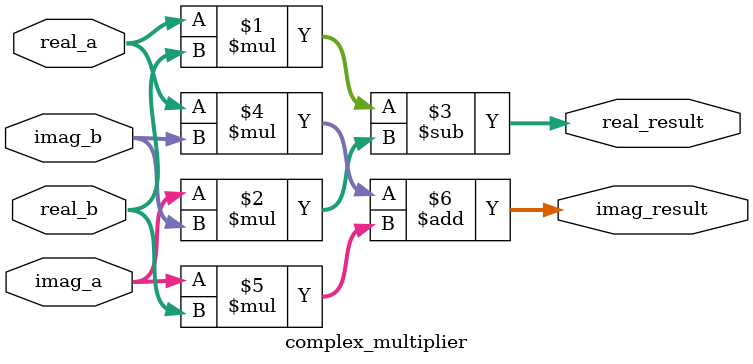
<source format=sv>
module complex_multiplier #(
    parameter DATA_WIDTH = 16,          // Width of input data
    parameter DATA_WIDTH_F = 14,        // Fractional width of input data (assuming fixed-point representation)
    parameter DATA_WIDTH_I = 1,         // Integer width of input data (assuming fixed-point representation)
    parameter OUTPUT_WIDTH = DATA_WIDTH  // Width of output data
)(
    input signed [DATA_WIDTH-1:0] real_a,   // Real part of complex number A
    input signed [DATA_WIDTH-1:0] imag_a,   // Imaginary part of complex number A
    input signed [DATA_WIDTH-1:0] real_b,   // Real part of complex number B
    input signed [DATA_WIDTH-1:0] imag_b,   // Imaginary part of complex number B
    output signed [OUTPUT_WIDTH-1:0] real_result,  // Real part of the result
    output signed [OUTPUT_WIDTH-1:0] imag_result  // Imaginary part of the result
);

// Multiply real and imaginary parts to calculate the real part of the result
assign real_result = real_a * real_b - imag_a * imag_b;

// Multiply real and imaginary parts to calculate the imaginary part of the result
assign imag_result = real_a * imag_b + imag_a * real_b;

endmodule

</source>
